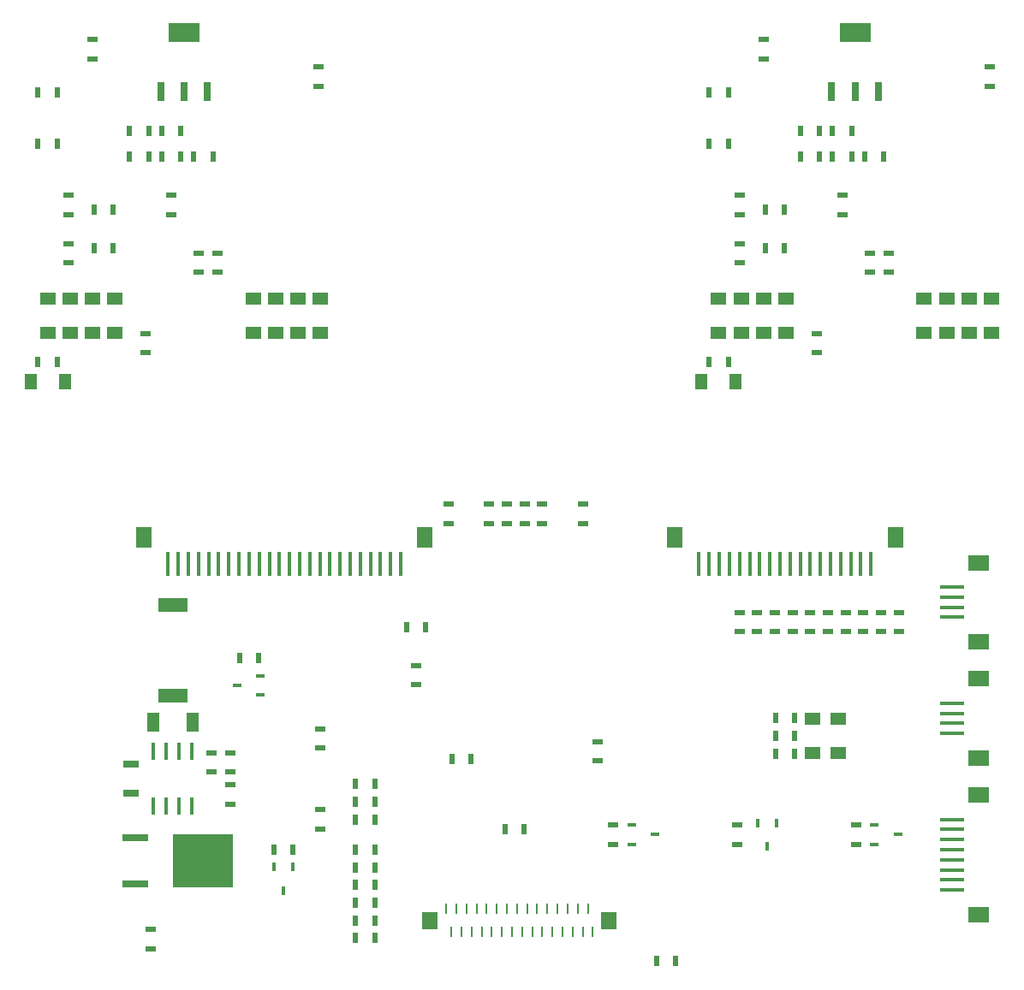
<source format=gbr>
G04 DipTrace 3.2.0.1*
G04 Íèæíÿÿï.ìàñêà.gbr*
%MOIN*%
G04 #@! TF.FileFunction,Paste,Bot*
G04 #@! TF.Part,Single*
%AMOUTLINE2*
4,1,4,
-0.021654,-0.009843,
-0.021654,0.009843,
0.021654,0.009843,
0.021654,-0.009843,
-0.021654,-0.009843,
0*%
%ADD94R,0.062992X0.07874*%
%ADD95R,0.047244X0.062992*%
%ADD99R,0.120079X0.076772*%
%ADD101R,0.029528X0.076772*%
%ADD105R,0.015748X0.094488*%
%ADD108R,0.094488X0.015748*%
%ADD110R,0.07874X0.062992*%
%ADD112R,0.017717X0.033465*%
%ADD114R,0.033465X0.017717*%
%ADD115R,0.062992X0.047244*%
%ADD117R,0.047244X0.074803*%
%ADD121R,0.059055X0.027559*%
%ADD123R,0.11811X0.055118*%
%ADD127R,0.007874X0.041339*%
%ADD129R,0.062992X0.070866*%
%ADD131R,0.015748X0.070866*%
%ADD133R,0.003937X0.055118*%
%ADD135R,0.055118X0.003937*%
%ADD137R,0.234252X0.21063*%
%ADD139R,0.100394X0.031496*%
%ADD142R,0.043307X0.019685*%
%ADD144R,0.019685X0.043307*%
%ADD156OUTLINE2*%
%FSLAX26Y26*%
G04*
G70*
G90*
G75*
G01*
G04 BotPaste*
%LPD*%
D144*
X1405512Y551181D3*
X1330709D3*
Y738189D3*
X1405512D3*
X1330709Y669291D3*
X1405512D3*
Y206693D3*
X1330709D3*
X1405512Y275591D3*
X1330709D3*
X1405512Y344488D3*
X1330709D3*
X1405512Y413386D3*
X1330709D3*
X1405512Y482283D3*
X1330709D3*
X1405512Y807087D3*
X1330709D3*
D142*
X768504Y927904D3*
Y853101D3*
X531004Y165601D3*
Y240404D3*
X1190945Y1021654D3*
Y946850D3*
Y631890D3*
Y706693D3*
X2893701Y1399606D3*
Y1474409D3*
X3031496Y1399606D3*
Y1474409D3*
X3169291Y1399606D3*
Y1474409D3*
X3307087Y1399606D3*
Y1474409D3*
X3444882Y1399606D3*
Y1474409D3*
X1850394Y1897638D3*
Y1822835D3*
X1919291Y1897638D3*
Y1822835D3*
D144*
X1779528Y905512D3*
X1704724D3*
D142*
X1564961Y1192913D3*
Y1267717D3*
D144*
X1602362Y1417323D3*
X1527559D3*
D142*
X1692913Y1897638D3*
Y1822835D3*
X2214567Y1897638D3*
Y1822835D3*
X2273622Y897638D3*
Y972441D3*
D144*
X1986220Y629921D3*
X1911417D3*
D139*
X471899Y419488D3*
Y599016D3*
D137*
X735678Y509252D3*
D135*
X1665354Y1092520D3*
Y1112205D3*
Y1131890D3*
Y1151575D3*
Y1171260D3*
Y1190945D3*
Y1210630D3*
Y1230315D3*
Y1250000D3*
Y1269685D3*
Y1289370D3*
Y1309055D3*
Y1328740D3*
Y1348425D3*
Y1368110D3*
Y1387795D3*
Y1407480D3*
Y1427165D3*
Y1446850D3*
Y1466535D3*
Y1486220D3*
Y1505906D3*
Y1525591D3*
Y1545276D3*
Y1564961D3*
D133*
X1732283Y1631890D3*
X1751969D3*
X1771654D3*
X1791339D3*
X1811024D3*
X1830709D3*
X1850394D3*
X1870079D3*
X1889764D3*
X1909449D3*
X1929134D3*
X1948819D3*
X1968504D3*
X1988189D3*
X2007874D3*
X2027559D3*
X2047244D3*
X2066929D3*
X2086614D3*
X2106299D3*
X2125984D3*
X2145669D3*
X2165354D3*
X2185039D3*
X2204724D3*
D135*
X2271654Y1564961D3*
Y1545276D3*
Y1525591D3*
Y1505906D3*
Y1486220D3*
Y1466535D3*
Y1446850D3*
Y1427165D3*
Y1407480D3*
Y1387795D3*
Y1368110D3*
Y1348425D3*
Y1328740D3*
Y1309055D3*
Y1289370D3*
Y1269685D3*
Y1250000D3*
Y1230315D3*
Y1210630D3*
Y1190945D3*
Y1171260D3*
Y1151575D3*
Y1131890D3*
Y1112205D3*
Y1092520D3*
D133*
X2204724Y1025591D3*
X2185039D3*
X2165354D3*
X2145669D3*
X2125984D3*
X2106299D3*
X2086614D3*
X2066929D3*
X2047244D3*
X2027559D3*
X2007874D3*
X1988189D3*
X1968504D3*
X1948819D3*
X1929134D3*
X1909449D3*
X1889764D3*
X1870079D3*
X1850394D3*
X1830709D3*
X1811024D3*
X1791339D3*
X1771654D3*
X1751969D3*
X1732283D3*
D131*
X543504Y934301D3*
X593504D3*
X643504D3*
X693504D3*
Y721702D3*
X643504D3*
X593504D3*
X543504D3*
D129*
X1620079Y275591D3*
D127*
X1702756Y231299D3*
X1722441Y319882D3*
X1742126Y231299D3*
X1761811Y319882D3*
X1781496Y231299D3*
X1801181Y319882D3*
X1820866Y231299D3*
X1840551Y319882D3*
X1860236Y231299D3*
X1879921Y319882D3*
X1899606Y231299D3*
X1919291Y319882D3*
X1938976Y231299D3*
X1958661Y319882D3*
X1978346Y231299D3*
X1998031Y319882D3*
X2017717Y231299D3*
X2037402Y319882D3*
X2057087Y231299D3*
X2076772Y319882D3*
X2096457Y231299D3*
X2116142Y319882D3*
X2135827Y231299D3*
X2155512Y319882D3*
X2175197Y231299D3*
X2194882Y319882D3*
X2214567Y231299D3*
X2234252Y319882D3*
X2253937Y231299D3*
X1683071Y319882D3*
D129*
X2316929Y275591D3*
D123*
X618570Y1152804D3*
Y1503198D3*
D144*
X2576772Y118110D3*
X2501969D3*
D142*
X2332677Y572835D3*
Y647638D3*
X843504Y853101D3*
Y927904D3*
Y728100D3*
Y802903D3*
D121*
X456004Y770915D3*
Y885088D3*
D144*
X3039370Y994094D3*
X2964567D3*
X3039370Y925197D3*
X2964567D3*
X3039370Y1062992D3*
X2964567D3*
D142*
X3277559Y572835D3*
Y647638D3*
X2824803Y1474409D3*
Y1399606D3*
X2962598Y1474409D3*
Y1399606D3*
X3100394Y1474409D3*
Y1399606D3*
X3238189Y1474409D3*
Y1399606D3*
X3375984Y1474409D3*
Y1399606D3*
X1988189Y1822835D3*
Y1897638D3*
X2057087Y1822835D3*
Y1897638D3*
D144*
X952756Y1299213D3*
X877953D3*
X1087156Y550345D3*
X1012353D3*
D142*
X2814961Y572835D3*
Y647638D3*
D117*
X541735Y1046751D3*
X695273D3*
D115*
X3208661Y1061024D3*
Y927165D3*
X3110236D3*
Y1061024D3*
D114*
X960630Y1228346D3*
Y1153543D3*
X870079Y1190945D3*
X2405512Y572835D3*
Y647638D3*
X2496063Y610236D3*
D112*
X1012352Y483119D3*
X1087155D3*
X1049753Y392568D3*
X2895669Y655512D3*
X2970472D3*
X2933071Y564961D3*
D114*
X3350394Y572835D3*
Y647638D3*
X3440945Y610236D3*
D110*
X3755906Y1216535D3*
D108*
X3653543Y1122047D3*
Y1082677D3*
Y1043307D3*
Y1003937D3*
D110*
X3755906Y909449D3*
D94*
X2572835Y1767717D3*
D105*
X2667323Y1665354D3*
X2706693D3*
X2746063D3*
X2785433D3*
X2824803D3*
X2864173D3*
X2903543D3*
X2942913D3*
X2982283D3*
X3021654D3*
X3061024D3*
X3100394D3*
X3139764D3*
X3179134D3*
X3218504D3*
X3257874D3*
X3297244D3*
X3336614D3*
D94*
X3431102Y1767717D3*
X505906D3*
D105*
X600394Y1665354D3*
X639764D3*
X679134D3*
X718504D3*
X757874D3*
X797244D3*
X836614D3*
X875984D3*
X915354D3*
X954724D3*
X994094D3*
X1033465D3*
X1072835D3*
X1112205D3*
X1151575D3*
X1190945D3*
X1230315D3*
X1269685D3*
X1309055D3*
X1348425D3*
X1387795D3*
X1427165D3*
X1466535D3*
X1505906D3*
D94*
X1600394Y1767717D3*
D110*
X3755906Y763780D3*
D108*
X3653543Y669291D3*
Y629921D3*
Y590551D3*
Y551181D3*
Y511811D3*
Y472441D3*
Y433071D3*
Y393701D3*
D110*
X3755906Y299213D3*
Y1669291D3*
D108*
X3653543Y1574803D3*
Y1535433D3*
Y1496063D3*
Y1456693D3*
D110*
X3755906Y1362205D3*
D142*
X306218Y3706315D3*
Y3631512D3*
D144*
X93835Y3500181D3*
X168638D3*
X93835Y3300202D3*
X168638D3*
D142*
X793667Y2875152D3*
Y2800349D3*
D144*
X93835Y2450291D3*
X168638D3*
D142*
X1187375Y3600076D3*
Y3525273D3*
D144*
X649837Y3250207D3*
X575034D3*
D156*
X212478Y2912648D3*
Y2837845D3*
D142*
Y3025325D3*
Y3100129D3*
D101*
X752982Y3504745D3*
X662430D3*
X571879D3*
D99*
X662430Y3733092D3*
D142*
X718675Y2800349D3*
Y2875152D3*
D144*
X387365Y2893995D3*
X312562D3*
X774824Y3250207D3*
X700021D3*
D142*
X612436Y3100129D3*
Y3025325D3*
X512446Y2487882D3*
Y2562685D3*
D144*
X312562Y3043979D3*
X387365D3*
X524850Y3350197D3*
X450047D3*
X524850Y3250207D3*
X450047D3*
X649837Y3350197D3*
X575034D3*
D115*
X1106386Y2698199D3*
Y2564341D3*
X1018895Y2698199D3*
Y2564341D3*
X931404Y2698199D3*
Y2564341D3*
X1193877Y2698199D3*
Y2564341D3*
X393709Y2698451D3*
Y2564593D3*
X131236Y2698451D3*
Y2564593D3*
X218727Y2698451D3*
Y2564593D3*
X306218Y2698451D3*
Y2564593D3*
D95*
X198165Y2375299D3*
X64307D3*
D142*
X2918365Y3706315D3*
Y3631512D3*
D144*
X2705982Y3500181D3*
X2780785D3*
X2705982Y3300202D3*
X2780785D3*
D142*
X3405814Y2875152D3*
Y2800349D3*
D144*
X2705982Y2450291D3*
X2780785D3*
D142*
X3799522Y3600076D3*
Y3525273D3*
D144*
X3261984Y3250207D3*
X3187181D3*
D156*
X2824625Y2912648D3*
Y2837845D3*
D142*
Y3025325D3*
Y3100129D3*
D101*
X3365129Y3504745D3*
X3274577D3*
X3184026D3*
D99*
X3274577Y3733092D3*
D142*
X3330822Y2800349D3*
Y2875152D3*
D144*
X2999512Y2893995D3*
X2924709D3*
X3386971Y3250207D3*
X3312168D3*
D142*
X3224583Y3100129D3*
Y3025325D3*
X3124593Y2487882D3*
Y2562685D3*
D144*
X2924709Y3043979D3*
X2999512D3*
X3136997Y3350197D3*
X3062194D3*
X3136997Y3250207D3*
X3062194D3*
X3261984Y3350197D3*
X3187181D3*
D115*
X3718533Y2698199D3*
Y2564341D3*
X3631042Y2698199D3*
Y2564341D3*
X3543551Y2698199D3*
Y2564341D3*
X3806024Y2698199D3*
Y2564341D3*
X3005856Y2698451D3*
Y2564593D3*
X2743383Y2698451D3*
Y2564593D3*
X2830874Y2698451D3*
Y2564593D3*
X2918365Y2698451D3*
Y2564593D3*
D95*
X2810312Y2375299D3*
X2676454D3*
M02*

</source>
